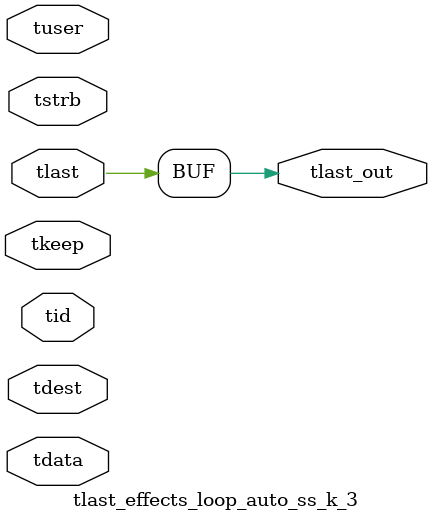
<source format=v>


`timescale 1ps/1ps

module tlast_effects_loop_auto_ss_k_3 #
(
parameter C_S_AXIS_TID_WIDTH   = 1,
parameter C_S_AXIS_TUSER_WIDTH = 0,
parameter C_S_AXIS_TDATA_WIDTH = 0,
parameter C_S_AXIS_TDEST_WIDTH = 0
)
(
input  [(C_S_AXIS_TID_WIDTH   == 0 ? 1 : C_S_AXIS_TID_WIDTH)-1:0       ] tid,
input  [(C_S_AXIS_TDATA_WIDTH == 0 ? 1 : C_S_AXIS_TDATA_WIDTH)-1:0     ] tdata,
input  [(C_S_AXIS_TUSER_WIDTH == 0 ? 1 : C_S_AXIS_TUSER_WIDTH)-1:0     ] tuser,
input  [(C_S_AXIS_TDEST_WIDTH == 0 ? 1 : C_S_AXIS_TDEST_WIDTH)-1:0     ] tdest,
input  [(C_S_AXIS_TDATA_WIDTH/8)-1:0 ] tkeep,
input  [(C_S_AXIS_TDATA_WIDTH/8)-1:0 ] tstrb,
input  [0:0]                                                             tlast,
output                                                                   tlast_out
);

assign tlast_out = {tlast};

endmodule


</source>
